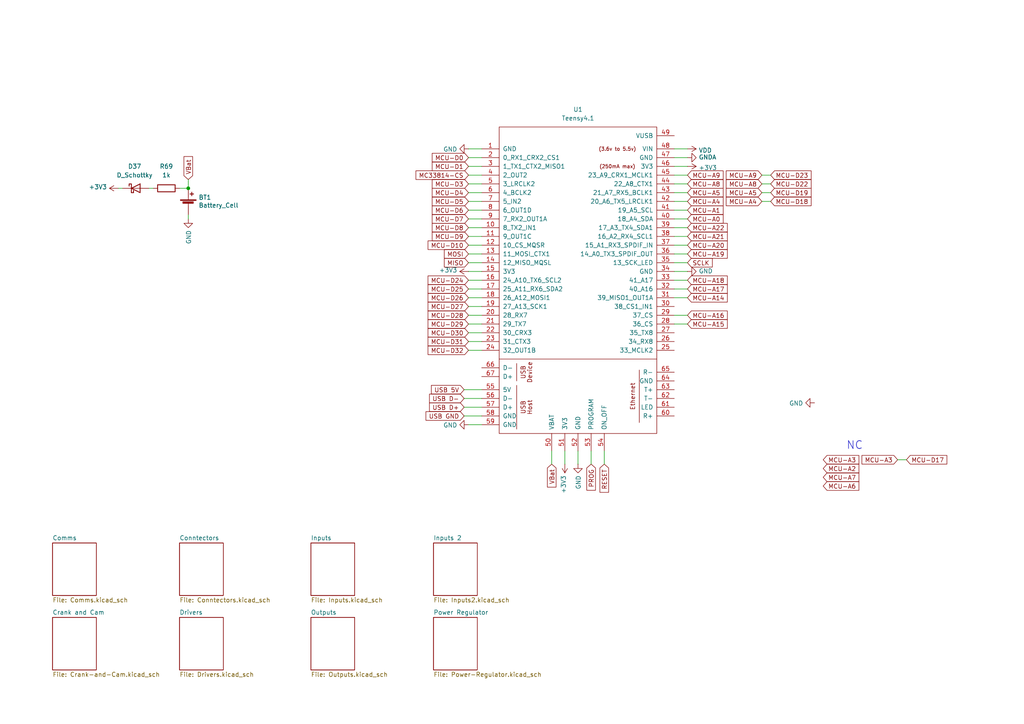
<source format=kicad_sch>
(kicad_sch (version 20250114) (generator "eeschema") (generator_version "9.0")
  (paper "A4")
  (title_block (title "Gen 1 Hayabusa ECU") (date "2024-10-31") (rev "1"))
  (lib_symbols
    (symbol "Device:Battery_Cell" (pin_numbers (hide yes)) (pin_names (offset 0) (hide yes))
      (property "Reference" "BT" (at 2.54 2.54 0))
      (property "Value" "Battery_Cell" (at 2.54 0 0))
      (symbol "Battery_Cell_0_1"
        (rectangle (start -2.286 1.778) (end 2.286 1.524) (fill (type outline)))
        (rectangle (start -1.5748 1.1938) (end 1.4732 0.6858) (fill (type outline)))
        (polyline (pts (xy 0 1.778) (xy 0 2.54)))
        (polyline (pts (xy 0 0.762) (xy 0 0)))
        (polyline (pts (xy 0.508 3.429) (xy 1.524 3.429)) (stroke (width 0.254)))
        (polyline (pts (xy 1.016 3.937) (xy 1.016 2.921)) (stroke (width 0.254)))
      )
      (symbol "Battery_Cell_1_1"
        (pin passive line (at 0 5.08 270) (length 2.54) (name "+") (number "1"))
        (pin passive line (at 0 -2.54 90) (length 2.54) (name "-") (number "2"))
      )
    )
    (symbol "Device:D_Schottky" (pin_numbers (hide yes)) (pin_names (offset 1.016) (hide yes))
      (property "Reference" "D" (at 0 2.54 0))
      (property "Value" "D_Schottky" (at 0 -2.54 0))
      (symbol "D_Schottky_0_1"
        (polyline (pts (xy -1.905 0.635) (xy -1.905 1.27) (xy -1.27 1.27) (xy -1.27 -1.27) (xy -0.635 -1.27) (xy -0.635 -0.635)) (stroke (width 0.254)))
        (polyline (pts (xy 1.27 1.27) (xy 1.27 -1.27) (xy -1.27 0) (xy 1.27 1.27)) (stroke (width 0.254)))
        (polyline (pts (xy 1.27 0) (xy -1.27 0)))
      )
      (symbol "D_Schottky_1_1"
        (pin passive line (at -3.81 0 0) (length 2.54) (name "K") (number "1"))
        (pin passive line (at 3.81 0 180) (length 2.54) (name "A") (number "2"))
      )
    )
    (symbol "Device:R" (pin_numbers (hide yes)) (pin_names (offset 0))
      (property "Reference" "R" (at 2.032 0 90))
      (property "Value" "R" (at 0 0 90))
      (symbol "R_0_1"
        (rectangle (start -1.016 -2.54) (end 1.016 2.54) (stroke (width 0.254)))
      )
      (symbol "R_1_1"
        (pin passive line (at 0 3.81 270) (length 1.27) (name "~") (number "1"))
        (pin passive line (at 0 -3.81 90) (length 1.27) (name "~") (number "2"))
      )
    )
    (symbol "power:+3V3" (power) (pin_numbers (hide yes)) (pin_names (offset 0) (hide yes))
      (property "Value" "+3V3" (at 0 3.556 0))
      (symbol "+3V3_0_1"
        (polyline (pts (xy -0.762 1.27) (xy 0 2.54)))
        (polyline (pts (xy 0 2.54) (xy 0.762 1.27)))
        (polyline (pts (xy 0 0) (xy 0 2.54)))
      )
      (symbol "+3V3_1_1"
        (pin power_in line (at 0 0 90) (length 0) (name "~") (number "1"))
      )
    )
    (symbol "power:GND" (power) (pin_numbers (hide yes)) (pin_names (offset 0) (hide yes))
      (property "Value" "GND" (at 0 -3.81 0))
      (symbol "GND_0_1"
        (polyline (pts (xy 0 0) (xy 0 -1.27) (xy 1.27 -1.27) (xy 0 -2.54) (xy -1.27 -1.27) (xy 0 -1.27)))
      )
      (symbol "GND_1_1"
        (pin power_in line (at 0 0 270) (length 0) (name "~") (number "1"))
      )
    )
    (symbol "power:GNDA" (power) (pin_names (offset 0))
      (property "Value" "GNDA" (at 0 -3.81 0))
      (symbol "GNDA_0_1"
        (polyline (pts (xy 0 0) (xy 0 -1.27) (xy 1.27 -1.27) (xy 0 -2.54) (xy -1.27 -1.27) (xy 0 -1.27)))
      )
      (symbol "GNDA_1_1"
        (pin power_in line (at 0 0 270) (length 0) (hide yes) (name "GNDA") (number "1"))
      )
    )
    (symbol "power:VDD" (power) (pin_names (offset 0))
      (property "Value" "VDD" (at 0 3.81 0))
      (symbol "VDD_0_1"
        (polyline (pts (xy -0.762 1.27) (xy 0 2.54)))
        (polyline (pts (xy 0 2.54) (xy 0.762 1.27)))
        (polyline (pts (xy 0 0) (xy 0 2.54)))
      )
      (symbol "VDD_1_1"
        (pin power_in line (at 0 0 90) (length 0) (hide yes) (name "VDD") (number "1"))
      )
    )
    (symbol "teensy:Teensy4.1" (pin_names (offset 1.016))
      (property "Reference" "U" (at 0 64.77 0))
      (property "Value" "Teensy4.1" (at 0 62.23 0))
      (symbol "Teensy4.1_0_0"
        (polyline (pts (xy -22.86 -6.35) (xy 22.86 -6.35)))
        (polyline (pts (xy -17.78 -7.62) (xy -17.78 -12.7)))
        (polyline (pts (xy -17.78 -26.67) (xy -17.78 -13.97)))
        (polyline (pts (xy 17.78 -9.525) (xy 17.78 -24.765)))
        (text "USB" (at -15.875 -10.16 900) (effects (font (size 1.27 1.27))))
        (text "USB" (at -15.875 -20.32 900) (effects (font (size 1.27 1.27))))
        (text "Device" (at -13.97 -10.16 900) (effects (font (size 1.27 1.27))))
        (text "Host" (at -13.97 -20.32 900) (effects (font (size 1.27 1.27))))
        (text "(3.6v to 5.5v)" (at 11.43 54.61 0) (effects (font (size 1.016 1.016))))
        (text "(250mA max)" (at 11.43 49.53 0) (effects (font (size 1.016 1.016))))
        (text "Ethernet" (at 15.875 -17.145 900) (effects (font (size 1.27 1.27))))
        (pin bidirectional line (at -27.94 44.45 0) (length 5.08) (name "3_LRCLK2") (number "5"))
        (pin bidirectional line (at -27.94 41.91 0) (length 5.08) (name "4_BCLK2") (number "6"))
        (pin bidirectional line (at -27.94 39.37 0) (length 5.08) (name "5_IN2") (number "7"))
        (pin bidirectional line (at -27.94 36.83 0) (length 5.08) (name "6_OUT1D") (number "8"))
        (pin bidirectional line (at -27.94 34.29 0) (length 5.08) (name "7_RX2_OUT1A") (number "9"))
        (pin bidirectional line (at -27.94 31.75 0) (length 5.08) (name "8_TX2_IN1") (number "10"))
        (pin bidirectional line (at -27.94 29.21 0) (length 5.08) (name "9_OUT1C") (number "11"))
        (pin bidirectional line (at -27.94 26.67 0) (length 5.08) (name "10_CS_MQSR") (number "12"))
        (pin bidirectional line (at -27.94 24.13 0) (length 5.08) (name "11_MOSI_CTX1") (number "13"))
        (pin bidirectional line (at -27.94 21.59 0) (length 5.08) (name "12_MISO_MQSL") (number "14"))
        (pin power_in line (at -27.94 19.05 0) (length 5.08) (name "3V3") (number "15"))
        (pin bidirectional line (at -27.94 16.51 0) (length 5.08) (name "24_A10_TX6_SCL2") (number "16"))
        (pin bidirectional line (at -27.94 13.97 0) (length 5.08) (name "25_A11_RX6_SDA2") (number "17"))
        (pin bidirectional line (at -27.94 11.43 0) (length 5.08) (name "26_A12_MOSI1") (number "18"))
        (pin bidirectional line (at -27.94 8.89 0) (length 5.08) (name "27_A13_SCK1") (number "19"))
        (pin bidirectional line (at -27.94 6.35 0) (length 5.08) (name "28_RX7") (number "20"))
        (pin bidirectional line (at -27.94 3.81 0) (length 5.08) (name "29_TX7") (number "21"))
        (pin bidirectional line (at -27.94 1.27 0) (length 5.08) (name "30_CRX3") (number "22"))
        (pin bidirectional line (at -27.94 -1.27 0) (length 5.08) (name "31_CTX3") (number "23"))
        (pin bidirectional line (at -27.94 -3.81 0) (length 5.08) (name "32_OUT1B") (number "24"))
        (pin bidirectional line (at -27.94 -8.89 0) (length 5.08) (name "D-") (number "66"))
        (pin bidirectional line (at -27.94 -11.43 0) (length 5.08) (name "D+") (number "67"))
        (pin power_out line (at -27.94 -15.24 0) (length 5.08) (name "5V") (number "55"))
        (pin bidirectional line (at -27.94 -17.78 0) (length 5.08) (name "D-") (number "56"))
        (pin bidirectional line (at -27.94 -20.32 0) (length 5.08) (name "D+") (number "57"))
        (pin power_in line (at -27.94 -22.86 0) (length 5.08) (name "GND") (number "58"))
        (pin power_in line (at -27.94 -25.4 0) (length 5.08) (name "GND") (number "59"))
        (pin power_in line (at -7.62 -33.02 90) (length 5.08) (name "VBAT") (number "50"))
        (pin power_in line (at -3.81 -33.02 90) (length 5.08) (name "3V3") (number "51"))
        (pin input line (at 0 -33.02 90) (length 5.08) (name "GND") (number "52"))
        (pin input line (at 3.81 -33.02 90) (length 5.08) (name "PROGRAM") (number "53"))
        (pin input line (at 7.62 -33.02 90) (length 5.08) (name "ON_OFF") (number "54"))
        (pin power_out line (at 27.94 58.42 180) (length 5.08) (name "VUSB") (number "49"))
        (pin power_in line (at 27.94 54.61 180) (length 5.08) (name "VIN") (number "48"))
        (pin output line (at 27.94 52.07 180) (length 5.08) (name "GND") (number "47"))
        (pin output line (at 27.94 49.53 180) (length 5.08) (name "3V3") (number "46"))
        (pin bidirectional line (at 27.94 46.99 180) (length 5.08) (name "23_A9_CRX1_MCLK1") (number "45"))
        (pin bidirectional line (at 27.94 44.45 180) (length 5.08) (name "22_A8_CTX1") (number "44"))
        (pin bidirectional line (at 27.94 41.91 180) (length 5.08) (name "21_A7_RX5_BCLK1") (number "43"))
        (pin bidirectional line (at 27.94 39.37 180) (length 5.08) (name "20_A6_TX5_LRCLK1") (number "42"))
        (pin bidirectional line (at 27.94 36.83 180) (length 5.08) (name "19_A5_SCL") (number "41"))
        (pin bidirectional line (at 27.94 34.29 180) (length 5.08) (name "18_A4_SDA") (number "40"))
        (pin bidirectional line (at 27.94 31.75 180) (length 5.08) (name "17_A3_TX4_SDA1") (number "39"))
        (pin bidirectional line (at 27.94 29.21 180) (length 5.08) (name "16_A2_RX4_SCL1") (number "38"))
        (pin bidirectional line (at 27.94 26.67 180) (length 5.08) (name "15_A1_RX3_SPDIF_IN") (number "37"))
        (pin bidirectional line (at 27.94 24.13 180) (length 5.08) (name "14_A0_TX3_SPDIF_OUT") (number "36"))
        (pin bidirectional line (at 27.94 21.59 180) (length 5.08) (name "13_SCK_LED") (number "35"))
        (pin bidirectional line (at 27.94 16.51 180) (length 5.08) (name "41_A17") (number "33"))
        (pin bidirectional line (at 27.94 13.97 180) (length 5.08) (name "40_A16") (number "32"))
        (pin bidirectional line (at 27.94 11.43 180) (length 5.08) (name "39_MISO1_OUT1A") (number "31"))
        (pin bidirectional line (at 27.94 8.89 180) (length 5.08) (name "38_CS1_IN1") (number "30"))
        (pin bidirectional line (at 27.94 6.35 180) (length 5.08) (name "37_CS") (number "29"))
        (pin bidirectional line (at 27.94 3.81 180) (length 5.08) (name "36_CS") (number "28"))
        (pin bidirectional line (at 27.94 1.27 180) (length 5.08) (name "35_TX8") (number "27"))
        (pin bidirectional line (at 27.94 -1.27 180) (length 5.08) (name "34_RX8") (number "26"))
        (pin bidirectional line (at 27.94 -3.81 180) (length 5.08) (name "33_MCLK2") (number "25"))
        (pin bidirectional line (at 27.94 -10.16 180) (length 5.08) (name "R-") (number "65"))
        (pin power_in line (at 27.94 -12.7 180) (length 5.08) (name "GND") (number "64"))
        (pin bidirectional line (at 27.94 -15.24 180) (length 5.08) (name "T+") (number "63"))
        (pin bidirectional line (at 27.94 -17.78 180) (length 5.08) (name "T-") (number "62"))
        (pin bidirectional line (at 27.94 -20.32 180) (length 5.08) (name "LED") (number "61"))
        (pin bidirectional line (at 27.94 -22.86 180) (length 5.08) (name "R+") (number "60"))
      )
      (symbol "Teensy4.1_0_1"
        (rectangle (start -22.86 60.96) (end 22.86 -27.94))
        (rectangle (start -20.32 -1.27) (end -20.32 -1.27))
      )
      (symbol "Teensy4.1_1_1"
        (pin power_in line (at -27.94 54.61 0) (length 5.08) (name "GND") (number "1"))
        (pin bidirectional line (at -27.94 52.07 0) (length 5.08) (name "0_RX1_CRX2_CS1") (number "2"))
        (pin bidirectional line (at -27.94 49.53 0) (length 5.08) (name "1_TX1_CTX2_MISO1") (number "3"))
        (pin bidirectional line (at -27.94 46.99 0) (length 5.08) (name "2_OUT2") (number "4"))
        (pin power_in line (at 27.94 19.05 180) (length 5.08) (name "GND") (number "34"))
      )
    )
  )
  (text "NC\n" (at 247.904 129.286 0) (effects (font (size 2.286 2.286))))
  (junction (at 54.61 54.61))
  (wire (pts (xy 135.89 101.6) (xy 139.7 101.6)))
  (wire (pts (xy 134.62 120.65) (xy 139.7 120.65)))
  (wire (pts (xy 135.89 76.2) (xy 139.7 76.2)))
  (wire (pts (xy 171.45 130.81) (xy 171.45 134.62)))
  (wire (pts (xy 195.58 55.88) (xy 199.39 55.88)))
  (wire (pts (xy 195.58 78.74) (xy 199.39 78.74)))
  (wire (pts (xy 175.26 130.81) (xy 175.26 134.62)))
  (wire (pts (xy 43.18 54.61) (xy 44.45 54.61)))
  (wire (pts (xy 195.58 63.5) (xy 199.39 63.5)))
  (wire (pts (xy 195.58 73.66) (xy 199.39 73.66)))
  (wire (pts (xy 195.58 93.98) (xy 199.39 93.98)))
  (wire (pts (xy 135.89 68.58) (xy 139.7 68.58)))
  (wire (pts (xy 195.58 45.72) (xy 199.39 45.72)))
  (wire (pts (xy 195.58 83.82) (xy 199.39 83.82)))
  (wire (pts (xy 223.52 55.88) (xy 220.98 55.88)))
  (wire (pts (xy 135.89 123.19) (xy 139.7 123.19)))
  (wire (pts (xy 135.89 73.66) (xy 139.7 73.66)))
  (wire (pts (xy 160.02 130.81) (xy 160.02 134.62)))
  (wire (pts (xy 135.89 99.06) (xy 139.7 99.06)))
  (wire (pts (xy 135.89 48.26) (xy 139.7 48.26)))
  (wire (pts (xy 260.35 133.35) (xy 262.89 133.35)))
  (wire (pts (xy 135.89 91.44) (xy 139.7 91.44)))
  (wire (pts (xy 135.89 88.9) (xy 139.7 88.9)))
  (wire (pts (xy 135.89 83.82) (xy 139.7 83.82)))
  (wire (pts (xy 195.58 68.58) (xy 199.39 68.58)))
  (wire (pts (xy 135.89 50.8) (xy 139.7 50.8)))
  (wire (pts (xy 135.89 86.36) (xy 139.7 86.36)))
  (wire (pts (xy 54.61 62.23) (xy 54.61 63.5)))
  (wire (pts (xy 195.58 43.18) (xy 199.39 43.18)))
  (wire (pts (xy 52.07 54.61) (xy 54.61 54.61)))
  (wire (pts (xy 195.58 66.04) (xy 199.39 66.04)))
  (wire (pts (xy 135.89 78.74) (xy 139.7 78.74)))
  (wire (pts (xy 135.89 66.04) (xy 139.7 66.04)))
  (wire (pts (xy 135.89 71.12) (xy 139.7 71.12)))
  (wire (pts (xy 195.58 53.34) (xy 199.39 53.34)))
  (wire (pts (xy 135.89 60.96) (xy 139.7 60.96)))
  (wire (pts (xy 195.58 76.2) (xy 199.39 76.2)))
  (wire (pts (xy 135.89 53.34) (xy 139.7 53.34)))
  (wire (pts (xy 223.52 58.42) (xy 220.98 58.42)))
  (wire (pts (xy 135.89 58.42) (xy 139.7 58.42)))
  (wire (pts (xy 135.89 63.5) (xy 139.7 63.5)))
  (wire (pts (xy 134.62 115.57) (xy 139.7 115.57)))
  (wire (pts (xy 34.29 54.61) (xy 35.56 54.61)))
  (wire (pts (xy 163.83 130.81) (xy 163.83 134.62)))
  (wire (pts (xy 135.89 55.88) (xy 139.7 55.88)))
  (wire (pts (xy 195.58 86.36) (xy 199.39 86.36)))
  (wire (pts (xy 195.58 58.42) (xy 199.39 58.42)))
  (wire (pts (xy 135.89 93.98) (xy 139.7 93.98)))
  (wire (pts (xy 135.89 43.18) (xy 139.7 43.18)))
  (wire (pts (xy 223.52 50.8) (xy 220.98 50.8)))
  (wire (pts (xy 135.89 81.28) (xy 139.7 81.28)))
  (wire (pts (xy 195.58 48.26) (xy 199.39 48.26)))
  (wire (pts (xy 54.61 52.07) (xy 54.61 54.61)))
  (wire (pts (xy 195.58 71.12) (xy 199.39 71.12)))
  (wire (pts (xy 134.62 118.11) (xy 139.7 118.11)))
  (wire (pts (xy 167.64 130.81) (xy 167.64 134.62)))
  (wire (pts (xy 195.58 60.96) (xy 199.39 60.96)))
  (wire (pts (xy 134.62 113.03) (xy 139.7 113.03)))
  (wire (pts (xy 223.52 53.34) (xy 220.98 53.34)))
  (wire (pts (xy 195.58 91.44) (xy 199.39 91.44)))
  (wire (pts (xy 195.58 50.8) (xy 199.39 50.8)))
  (wire (pts (xy 135.89 96.52) (xy 139.7 96.52)))
  (wire (pts (xy 195.58 81.28) (xy 199.39 81.28)))
  (wire (pts (xy 135.89 45.72) (xy 139.7 45.72)))
  (global_label "MCU-A5" (shape input) (at 220.98 55.88 180) (property "Intersheetrefs" "${INTERSHEET_REFS}" (effects (hide yes))))
  (global_label "MCU-D28" (shape input) (at 135.89 91.44 180) (property "Intersheetrefs" "${INTERSHEET_REFS}" (effects (hide yes))))
  (global_label "MCU-D3" (shape input) (at 135.89 53.34 180) (property "Intersheetrefs" "${INTERSHEET_REFS}" (effects (hide yes))))
  (global_label "MCU-D23" (shape input) (at 223.52 50.8 0) (property "Intersheetrefs" "${INTERSHEET_REFS}" (effects (hide yes))))
  (global_label "USB 5V" (shape input) (at 134.62 113.03 180) (property "Intersheetrefs" "${INTERSHEET_REFS}" (effects (hide yes))))
  (global_label "MCU-A0" (shape input) (at 199.39 63.5 0) (property "Intersheetrefs" "${INTERSHEET_REFS}" (effects (hide yes))))
  (global_label "MCU-D32" (shape input) (at 135.89 101.6 180) (property "Intersheetrefs" "${INTERSHEET_REFS}" (effects (hide yes))))
  (global_label "MCU-A4" (shape input) (at 199.39 58.42 0) (property "Intersheetrefs" "${INTERSHEET_REFS}" (effects (hide yes))))
  (global_label "MCU-D9" (shape input) (at 135.89 68.58 180) (property "Intersheetrefs" "${INTERSHEET_REFS}" (effects (hide yes))))
  (global_label "USB D+" (shape input) (at 134.62 118.11 180) (property "Intersheetrefs" "${INTERSHEET_REFS}" (effects (hide yes))))
  (global_label "MCU-D25" (shape input) (at 135.89 83.82 180) (property "Intersheetrefs" "${INTERSHEET_REFS}" (effects (hide yes))))
  (global_label "MCU-D27" (shape input) (at 135.89 88.9 180) (property "Intersheetrefs" "${INTERSHEET_REFS}" (effects (hide yes))))
  (global_label "VBat" (shape input) (at 160.02 134.62 270) (property "Intersheetrefs" "${INTERSHEET_REFS}" (effects (hide yes))))
  (global_label "MCU-A3" (shape input) (at 238.76 133.35 0) (property "Intersheetrefs" "${INTERSHEET_REFS}" (effects (hide yes))))
  (global_label "MISO" (shape input) (at 135.89 76.2 180) (property "Intersheetrefs" "${INTERSHEET_REFS}" (effects (hide yes))))
  (global_label "MCU-D7" (shape input) (at 135.89 63.5 180) (property "Intersheetrefs" "${INTERSHEET_REFS}" (effects (hide yes))))
  (global_label "MCU-D19" (shape input) (at 223.52 55.88 0) (property "Intersheetrefs" "${INTERSHEET_REFS}" (effects (hide yes))))
  (global_label "MCU-A8" (shape input) (at 220.98 53.34 180) (property "Intersheetrefs" "${INTERSHEET_REFS}" (effects (hide yes))))
  (global_label "USB GND" (shape input) (at 134.62 120.65 180) (property "Intersheetrefs" "${INTERSHEET_REFS}" (effects (hide yes))))
  (global_label "USB D-" (shape input) (at 134.62 115.57 180) (property "Intersheetrefs" "${INTERSHEET_REFS}" (effects (hide yes))))
  (global_label "VBat" (shape input) (at 54.61 52.07 90) (property "Intersheetrefs" "${INTERSHEET_REFS}" (effects (hide yes))))
  (global_label "MCU-D1" (shape input) (at 135.89 48.26 180) (property "Intersheetrefs" "${INTERSHEET_REFS}" (effects (hide yes))))
  (global_label "RESET" (shape input) (at 175.26 134.62 270) (property "Intersheetrefs" "${INTERSHEET_REFS}" (effects (hide yes))))
  (global_label "MCU-D22" (shape input) (at 223.52 53.34 0) (property "Intersheetrefs" "${INTERSHEET_REFS}" (effects (hide yes))))
  (global_label "MCU-D8" (shape input) (at 135.89 66.04 180) (property "Intersheetrefs" "${INTERSHEET_REFS}" (effects (hide yes))))
  (global_label "MCU-A3" (shape input) (at 260.35 133.35 180) (property "Intersheetrefs" "${INTERSHEET_REFS}" (effects (hide yes))))
  (global_label "MCU-A17" (shape input) (at 199.39 83.82 0) (property "Intersheetrefs" "${INTERSHEET_REFS}" (effects (hide yes))))
  (global_label "MCU-A14" (shape input) (at 199.39 86.36 0) (property "Intersheetrefs" "${INTERSHEET_REFS}" (effects (hide yes))))
  (global_label "MCU-A21" (shape input) (at 199.39 68.58 0) (property "Intersheetrefs" "${INTERSHEET_REFS}" (effects (hide yes))))
  (global_label "MCU-A9" (shape input) (at 220.98 50.8 180) (property "Intersheetrefs" "${INTERSHEET_REFS}" (effects (hide yes))))
  (global_label "MCU-A22" (shape input) (at 199.39 66.04 0) (property "Intersheetrefs" "${INTERSHEET_REFS}" (effects (hide yes))))
  (global_label "MCU-A18" (shape input) (at 199.39 81.28 0) (property "Intersheetrefs" "${INTERSHEET_REFS}" (effects (hide yes))))
  (global_label "MC33814-CS" (shape input) (at 135.89 50.8 180) (property "Intersheetrefs" "${INTERSHEET_REFS}" (effects (hide yes))))
  (global_label "MCU-A4" (shape input) (at 220.98 58.42 180) (property "Intersheetrefs" "${INTERSHEET_REFS}" (effects (hide yes))))
  (global_label "MCU-D4" (shape input) (at 135.89 55.88 180) (property "Intersheetrefs" "${INTERSHEET_REFS}" (effects (hide yes))))
  (global_label "MOSI" (shape input) (at 135.89 73.66 180) (property "Intersheetrefs" "${INTERSHEET_REFS}" (effects (hide yes))))
  (global_label "MCU-D5" (shape input) (at 135.89 58.42 180) (property "Intersheetrefs" "${INTERSHEET_REFS}" (effects (hide yes))))
  (global_label "PROG" (shape input) (at 171.45 134.62 270) (property "Intersheetrefs" "${INTERSHEET_REFS}" (effects (hide yes))))
  (global_label "MCU-D26" (shape input) (at 135.89 86.36 180) (property "Intersheetrefs" "${INTERSHEET_REFS}" (effects (hide yes))))
  (global_label "MCU-A20" (shape input) (at 199.39 71.12 0) (property "Intersheetrefs" "${INTERSHEET_REFS}" (effects (hide yes))))
  (global_label "MCU-D17" (shape input) (at 262.89 133.35 0) (property "Intersheetrefs" "${INTERSHEET_REFS}" (effects (hide yes))))
  (global_label "MCU-D18" (shape input) (at 223.52 58.42 0) (property "Intersheetrefs" "${INTERSHEET_REFS}" (effects (hide yes))))
  (global_label "MCU-D10" (shape input) (at 135.89 71.12 180) (property "Intersheetrefs" "${INTERSHEET_REFS}" (effects (hide yes))))
  (global_label "MCU-A2" (shape input) (at 238.76 135.89 0) (property "Intersheetrefs" "${INTERSHEET_REFS}" (effects (hide yes))))
  (global_label "SCLK" (shape input) (at 199.39 76.2 0) (property "Intersheetrefs" "${INTERSHEET_REFS}" (effects (hide yes))))
  (global_label "MCU-D0" (shape input) (at 135.89 45.72 180) (property "Intersheetrefs" "${INTERSHEET_REFS}" (effects (hide yes))))
  (global_label "MCU-A16" (shape input) (at 199.39 91.44 0) (property "Intersheetrefs" "${INTERSHEET_REFS}" (effects (hide yes))))
  (global_label "MCU-D29" (shape input) (at 135.89 93.98 180) (property "Intersheetrefs" "${INTERSHEET_REFS}" (effects (hide yes))))
  (global_label "MCU-A9" (shape input) (at 199.39 50.8 0) (property "Intersheetrefs" "${INTERSHEET_REFS}" (effects (hide yes))))
  (global_label "MCU-A8" (shape input) (at 199.39 53.34 0) (property "Intersheetrefs" "${INTERSHEET_REFS}" (effects (hide yes))))
  (global_label "MCU-D30" (shape input) (at 135.89 96.52 180) (property "Intersheetrefs" "${INTERSHEET_REFS}" (effects (hide yes))))
  (global_label "MCU-D31" (shape input) (at 135.89 99.06 180) (property "Intersheetrefs" "${INTERSHEET_REFS}" (effects (hide yes))))
  (global_label "MCU-A5" (shape input) (at 199.39 55.88 0) (property "Intersheetrefs" "${INTERSHEET_REFS}" (effects (hide yes))))
  (global_label "MCU-D24" (shape input) (at 135.89 81.28 180) (property "Intersheetrefs" "${INTERSHEET_REFS}" (effects (hide yes))))
  (global_label "MCU-A15" (shape input) (at 199.39 93.98 0) (property "Intersheetrefs" "${INTERSHEET_REFS}" (effects (hide yes))))
  (global_label "MCU-A1" (shape input) (at 199.39 60.96 0) (property "Intersheetrefs" "${INTERSHEET_REFS}" (effects (hide yes))))
  (global_label "MCU-A6" (shape input) (at 238.76 140.97 0) (property "Intersheetrefs" "${INTERSHEET_REFS}" (effects (hide yes))))
  (global_label "MCU-D6" (shape input) (at 135.89 60.96 180) (property "Intersheetrefs" "${INTERSHEET_REFS}" (effects (hide yes))))
  (global_label "MCU-A7" (shape input) (at 238.76 138.43 0) (property "Intersheetrefs" "${INTERSHEET_REFS}" (effects (hide yes))))
  (global_label "MCU-A19" (shape input) (at 199.39 73.66 0) (property "Intersheetrefs" "${INTERSHEET_REFS}" (effects (hide yes))))
  (symbol (lib_id "power:VDD") (at 199.39 43.18 270) (unit 1)
    (property "Reference" "#PWR0128" (effects (hide yes)))
    (property "Value" "VDD" (at 202.6412 43.6118 90) (effects (justify left)))
  )
  (symbol (lib_id "power:GND") (at 135.89 43.18 270) (unit 1)
    (property "Reference" "#PWR0121" (effects (hide yes)))
    (property "Value" "GND" (at 132.6388 43.307 90) (effects (justify right)))
  )
  (symbol (lib_id "power:GNDA") (at 199.39 45.72 90) (unit 1)
    (property "Reference" "#PWR0130" (effects (hide yes)))
    (property "Value" "GNDA" (at 202.6412 45.593 90) (effects (justify right)))
  )
  (symbol (lib_id "power:+3V3") (at 163.83 134.62 180) (unit 1)
    (property "Reference" "#PWR0123" (effects (hide yes)))
    (property "Value" "+3V3" (at 163.449 137.8712 90) (effects (justify left)))
  )
  (symbol (lib_id "Device:Battery_Cell") (at 54.61 59.69 0) (unit 1)
    (property "Reference" "BT1" (at 57.6072 57.2516 0) (effects (justify left)))
    (property "Value" "Battery_Cell" (at 57.6072 59.563 0) (effects (justify left)))
    (property "Footprint" "2999:BAT_2999" (effects (hide yes)))
    (property "Digikey Part Number" "36-2999-ND" (effects (hide yes)))
    (property "Manufacturer_Name" "Keystone" (effects (hide yes)))
    (property "Manufacturer_Part_Number" "2999" (effects (hide yes)))
    (property "URL" "https://www.digikey.com.au/product-detail/en/keystone-electronics/2999/36-2999-ND/2137863" (effects (hide yes)))
  )
  (symbol (lib_id "power:GND") (at 236.22 116.84 270) (unit 1)
    (property "Reference" "#PWR0124" (effects (hide yes)))
    (property "Value" "GND" (at 232.9688 116.967 90) (effects (justify right)))
  )
  (symbol (lib_id "Device:D_Schottky") (at 39.37 54.61 0) (unit 1)
    (property "Reference" "D37" (at 39.0525 48.26 0))
    (property "Value" "D_Schottky" (at 39.0525 50.8 0))
    (property "Footprint" "Diode_SMD:D_PowerDI-123" (effects (hide yes)))
    (property "Description" "Schottky diode" (effects (hide yes)))
  )
  (symbol (lib_id "power:GND") (at 135.89 123.19 270) (unit 1)
    (property "Reference" "#PWR0125" (effects (hide yes)))
    (property "Value" "GND" (at 132.6388 123.317 90) (effects (justify right)))
  )
  (symbol (lib_id "power:+3V3") (at 34.29 54.61 90) (unit 1)
    (property "Reference" "#PWR0131" (effects (hide yes)))
    (property "Value" "+3V3" (at 31.0388 54.229 90) (effects (justify left)))
  )
  (symbol (lib_id "power:GND") (at 199.39 78.74 90) (unit 1)
    (property "Reference" "#PWR0127" (effects (hide yes)))
    (property "Value" "GND" (at 202.6412 78.613 90) (effects (justify right)))
  )
  (symbol (lib_id "power:GND") (at 54.61 63.5 0) (unit 1)
    (property "Reference" "#PWR02" (effects (hide yes)))
    (property "Value" "GND" (at 54.737 66.7512 90) (effects (justify right)))
  )
  (symbol (lib_id "power:+3V3") (at 199.39 48.26 270) (unit 1)
    (property "Reference" "#PWR0129" (effects (hide yes)))
    (property "Value" "+3V3" (at 202.6412 48.641 90) (effects (justify left)))
  )
  (symbol (lib_id "Device:R") (at 48.26 54.61 270) (mirror x) (unit 1)
    (property "Reference" "R69" (at 48.26 48.26 90))
    (property "Value" "1k" (at 48.26 50.8 90))
    (property "Footprint" "Resistor_SMD:R_0805_2012Metric" (effects (hide yes)))
    (property "Digikey Part Number" "311-1.00KCRCT-ND" (effects (hide yes)))
    (property "Manufacturer_Name" "Yageo" (effects (hide yes)))
    (property "Manufacturer_Part_Number" "RC0805FR-071KL" (effects (hide yes)))
    (property "URL" "https://www.digikey.com/product-detail/en/yageo/RC0805FR-071KL/311-1.00KCRCT-ND/730391" (effects (hide yes)))
  )
  (symbol (lib_id "teensy:Teensy4.1") (at 167.64 97.79 0) (unit 1)
    (property "Reference" "U1" (at 167.64 31.75 0))
    (property "Value" "Teensy4.1" (at 167.64 34.29 0))
    (property "Footprint" "kicad:Teensy41" (effects (hide yes)))
    (property "Sim.Library" "lib\\teensy4.1.lbr" (effects (hide yes)))
  )
  (symbol (lib_id "power:+3V3") (at 135.89 78.74 90) (unit 1)
    (property "Reference" "#PWR0122" (effects (hide yes)))
    (property "Value" "+3V3" (at 132.6388 78.359 90) (effects (justify left)))
  )
  (symbol (lib_id "power:GND") (at 167.64 134.62 0) (unit 1)
    (property "Reference" "#PWR0126" (effects (hide yes)))
    (property "Value" "GND" (at 167.767 137.8712 90) (effects (justify right)))
  )
  (sheet (at 125.73 157.48) (size 12.7 15.24) (stroke (width 0.1524))
    (property "Sheetname" "Inputs 2" (at 125.73 156.7684 0) (effects (justify left bottom)))
    (property "Sheetfile" "Inputs2.kicad_sch" (at 125.73 173.3046 0) (effects (justify left top)))
  )
  (sheet (at 125.73 179.07) (size 12.7 15.24) (stroke (width 0.1524))
    (property "Sheetname" "Power Regulator" (at 125.73 178.3584 0) (effects (justify left bottom)))
    (property "Sheetfile" "Power-Regulator.kicad_sch" (at 125.73 194.8946 0) (effects (justify left top)))
  )
  (sheet (at 15.24 179.07) (size 12.7 15.24) (stroke (width 0.1524))
    (property "Sheetname" "Crank and Cam" (at 15.24 178.3584 0) (effects (justify left bottom)))
    (property "Sheetfile" "Crank-and-Cam.kicad_sch" (at 15.24 194.8946 0) (effects (justify left top)))
  )
  (sheet (at 90.17 157.48) (size 12.7 15.24) (stroke (width 0.1524))
    (property "Sheetname" "Inputs" (at 90.17 156.7684 0) (effects (justify left bottom)))
    (property "Sheetfile" "Inputs.kicad_sch" (at 90.17 173.3046 0) (effects (justify left top)))
  )
  (sheet (at 15.24 157.48) (size 12.7 15.24) (stroke (width 0.1524))
    (property "Sheetname" "Comms" (at 15.24 156.7684 0) (effects (justify left bottom)))
    (property "Sheetfile" "Comms.kicad_sch" (at 15.24 173.3046 0) (effects (justify left top)))
  )
  (sheet (at 52.07 157.48) (size 12.7 15.24) (stroke (width 0.1524))
    (property "Sheetname" "Conntectors" (at 52.07 156.7684 0) (effects (justify left bottom)))
    (property "Sheetfile" "Conntectors.kicad_sch" (at 52.07 173.3046 0) (effects (justify left top)))
  )
  (sheet (at 52.07 179.07) (size 12.7 15.24) (stroke (width 0.1524))
    (property "Sheetname" "Drivers" (at 52.07 178.3584 0) (effects (justify left bottom)))
    (property "Sheetfile" "Drivers.kicad_sch" (at 52.07 194.8946 0) (effects (justify left top)))
  )
  (sheet (at 90.17 179.07) (size 12.7 15.24) (stroke (width 0.1524))
    (property "Sheetname" "Outputs" (at 90.17 178.3584 0) (effects (justify left bottom)))
    (property "Sheetfile" "Outputs.kicad_sch" (at 90.17 194.8946 0) (effects (justify left top)))
  )
)
</source>
